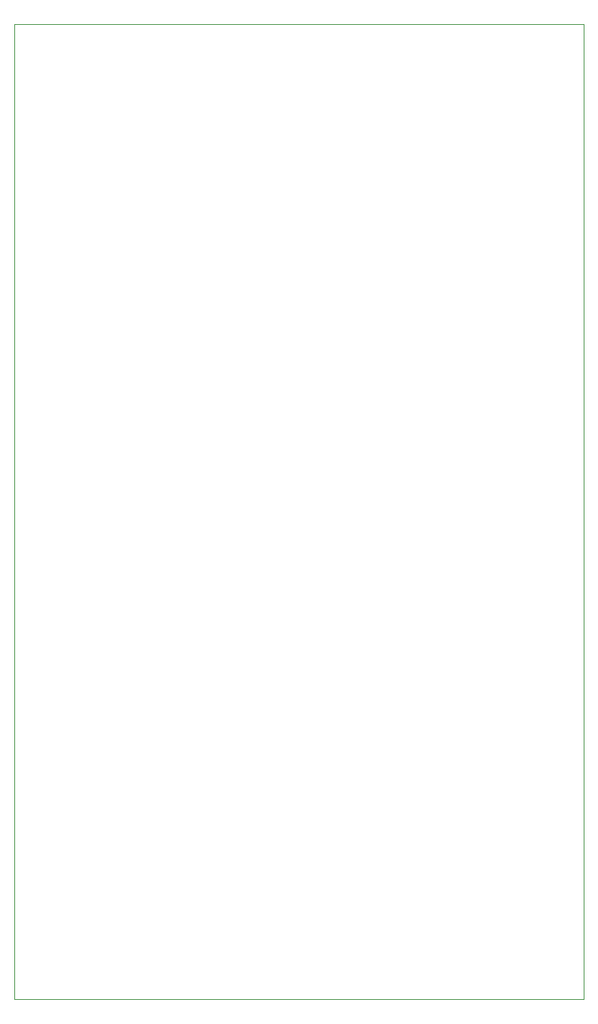
<source format=gbr>
%TF.GenerationSoftware,KiCad,Pcbnew,9.0.6*%
%TF.CreationDate,2025-11-24T16:31:49-05:00*%
%TF.ProjectId,EPD_HUB_ESP32,4550445f-4855-4425-9f45-535033322e6b,rev?*%
%TF.SameCoordinates,Original*%
%TF.FileFunction,Profile,NP*%
%FSLAX46Y46*%
G04 Gerber Fmt 4.6, Leading zero omitted, Abs format (unit mm)*
G04 Created by KiCad (PCBNEW 9.0.6) date 2025-11-24 16:31:49*
%MOMM*%
%LPD*%
G01*
G04 APERTURE LIST*
%TA.AperFunction,Profile*%
%ADD10C,0.050000*%
%TD*%
G04 APERTURE END LIST*
D10*
X107438840Y-43000000D02*
X171438840Y-43000000D01*
X171438840Y-152500000D01*
X107438840Y-152500000D01*
X107438840Y-43000000D01*
M02*

</source>
